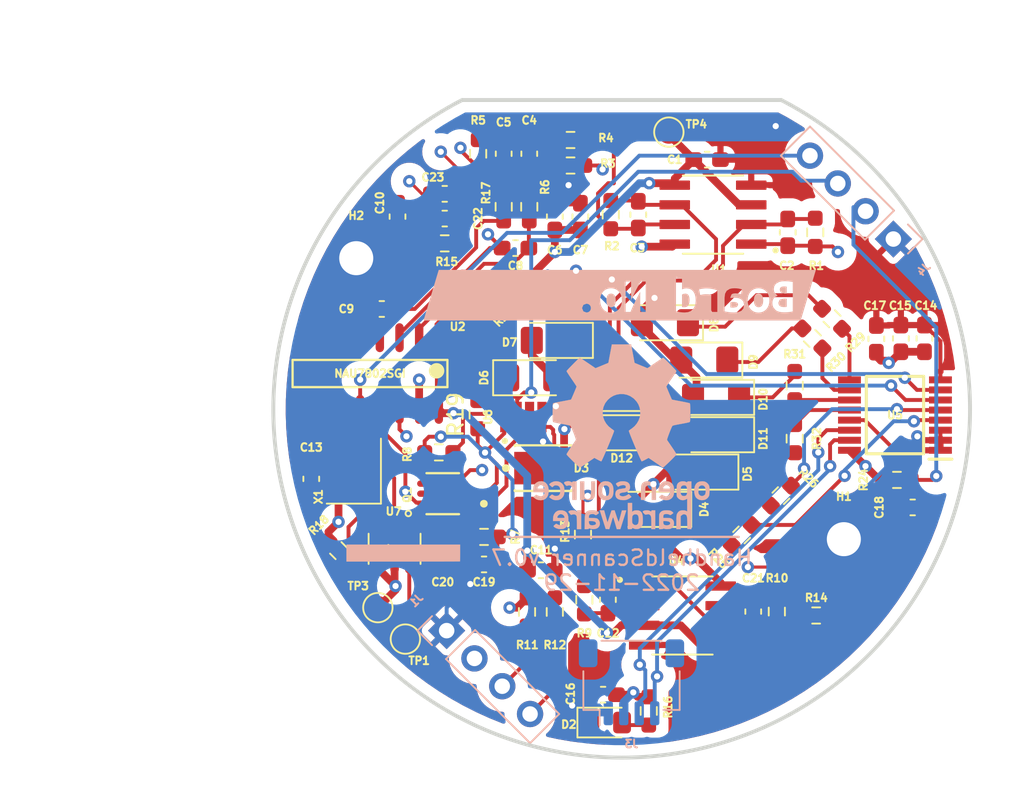
<source format=kicad_pcb>
(kicad_pcb (version 20211014) (generator pcbnew)
  (title_block (title "Plastic Scanner for AED") (date "2022-06-07") (rev "2") (company "PlasticScanner") (comment 1 "By Markus Glavind"))
  (layers (0 "F.Cu" signal) (1 "In1.Cu" signal) (2 "In2.Cu" signal) (31 "B.Cu" signal) (34 "B.Paste" user) (35 "F.Paste" user) (36 "B.SilkS" user "B.Silkscreen") (37 "F.SilkS" user "F.Silkscreen") (38 "B.Mask" user) (39 "F.Mask" user) (44 "Edge.Cuts" user))
  (net 0 "")
  (net 1 "+2V5")
  (net 2 "Net-(C2-Pad1)")
  (net 3 "Net-(C2-Pad2)")
  (net 4 "Net-(C3-Pad1)")
  (net 5 "Net-(C3-Pad2)")
  (net 6 "/ADC/AIN+")
  (net 7 "/ADC/AIN-")
  (net 8 "+3V3")
  (net 9 "Net-(D4-Pad1)")
  (net 10 "Net-(D5-Pad1)")
  (net 11 "Net-(D6-Pad1)")
  (net 12 "Net-(D7-Pad1)")
  (net 13 "Net-(D8-Pad1)")
  (net 14 "Net-(D9-Pad1)")
  (net 15 "Net-(D10-Pad1)")
  (net 16 "Net-(D11-Pad1)")
  (net 17 "SDA")
  (net 18 "Net-(C8-Pad1)")
  (net 19 "Net-(C8-Pad2)")
  (net 20 "LED RESET")
  (net 21 "Net-(R25-Pad1)")
  (net 22 "Net-(R26-Pad1)")
  (net 23 "Net-(R27-Pad1)")
  (net 24 "Net-(R28-Pad1)")
  (net 25 "Net-(R29-Pad1)")
  (net 26 "Net-(R30-Pad1)")
  (net 27 "Net-(R31-Pad1)")
  (net 28 "Net-(R32-Pad1)")
  (net 29 "DRDY_INT")
  (net 30 "SCL")
  (net 31 "Net-(D2-Pad2)")
  (net 32 "Net-(C10-Pad2)")
  (net 34 "+1V8")
  (net 35 "SCL_2v")
  (net 36 "SDA_2v")
  (net 37 "Net-(C9-Pad1)")
  (net 38 "Net-(C9-Pad2)")
  (net 39 "Net-(C12-Pad1)")
  (net 40 "Net-(C12-Pad2)")
  (net 41 "Net-(C21-Pad1)")
  (net 42 "Net-(C21-Pad2)")
  (net 43 "/ADC/AIN2+")
  (net 44 "/ADC/AIN2-")
  (net 45 "Net-(D3-Pad1)")
  (net 46 "Net-(R18-Pad1)")
  (net 47 "GND")
  (net 48 "AS7341_INT")
  (net 49 "Net-(U2-Pad10)")
  (footprint "LED_SMD:LED_1206_3216Metric_Pad1.42x1.75mm_HandSolder" (layer "F.Cu") (at 92.075 101.727 180)
    (fp_text reference "D8")
    (fp_text value "LED")
  )
  (footprint "Capacitor_SMD:C_0603_1608Metric_Pad1.08x0.95mm_HandSolder" (layer "F.Cu") (at 86.614 94.869 -90)
    (fp_text reference "C7")
    (fp_text value "0.1uF")
  )
  (footprint "Capacitor_SMD:C_0603_1608Metric_Pad1.08x0.95mm_HandSolder" (layer "F.Cu") (at 69.231 111.819 90)
    (fp_text reference "C13")
    (fp_text value "0.1uF")
  )
  (footprint "Resistor_SMD:R_0603_1608Metric_Pad0.98x0.95mm_HandSolder" (layer "F.Cu") (at 102.87 101.473 135)
    (fp_text reference "R29")
    (fp_text value "75")
  )
  (footprint "Resistor_SMD:R_0603_1608Metric_Pad0.98x0.95mm_HandSolder" (layer "F.Cu") (at 101.784 95.885 -90)
    (fp_text reference "R1")
    (fp_text value "240k")
  )
  (footprint "Capacitor_SMD:C_0603_1608Metric_Pad1.08x0.95mm_HandSolder" (layer "F.Cu") (at 90.354 94.742 -90)
    (fp_text reference "C3")
    (fp_text value "51p")
  )
  (footprint "Capacitor_SMD:C_0603_1608Metric_Pad1.08x0.95mm_HandSolder" (layer "F.Cu") (at 81.661 90.805 90)
    (fp_text reference "C5")
    (fp_text value "100p")
  )
  (footprint "BSS138DW-7-F-A:Diodes_Inc._-_BSS138DW-7-F-A" (layer "F.Cu") (at 77.724 112.776 180)
    (fp_text reference "Q1")
    (fp_text value "BSS138DW-7-F" hide)
  )
  (footprint "Resistor_SMD:R_0603_1608Metric_Pad0.98x0.95mm_HandSolder" (layer "F.Cu") (at 91.031 126.819 -90)
    (fp_text reference "R16")
    (fp_text value "150")
  )
  (footprint "Resistor_SMD:R_0603_1608Metric_Pad0.98x0.95mm_HandSolder" (layer "F.Cu") (at 85.979 89.916 180)
    (fp_text reference "R4")
    (fp_text value "301")
  )
  (footprint "Resistor_SMD:R_0603_1608Metric_Pad0.98x0.95mm_HandSolder" (layer "F.Cu") (at 86.781 115.419 90)
    (fp_text reference "R13")
    (fp_text value "301")
  )
  (footprint "Capacitor_SMD:C_0603_1608Metric_Pad1.08x0.95mm_HandSolder" (layer "F.Cu") (at 77.597 116.459 -90)
    (fp_text reference "C20")
    (fp_text value "0.1uF")
  )
  (footprint "TestPoint:TestPoint_Pad_D1.5mm" (layer "F.Cu") (at 75.311 122.174)
    (fp_text reference "TP1")
    (fp_text value "Test_1.8V")
  )
  (footprint "Resistor_SMD:R_0603_1608Metric_Pad0.98x0.95mm_HandSolder" (layer "F.Cu") (at 80.391 115.57 180)
    (fp_text reference "R7")
    (fp_text value "10k")
  )
  (footprint "Resistor_SMD:R_0603_1608Metric_Pad0.98x0.95mm_HandSolder" (layer "F.Cu") (at 83.312 94.234 -90)
    (fp_text reference "R6")
    (fp_text value "51")
  )
  (footprint "MountingHole:MountingHole_2.2mm_M2_ISO7380_Pad" (layer "F.Cu") (at 72.136 97.556)
    (fp_text reference "H2")
    (fp_text value "MountingHole")
  )
  (footprint "Capacitor_SMD:C_0603_1608Metric_Pad1.08x0.95mm_HandSolder" (layer "F.Cu") (at 100.006 95.885 -90)
    (fp_text reference "C2")
    (fp_text value "51p")
  )
  (footprint "Capacitor_SMD:C_0603_1608Metric_Pad1.08x0.95mm_HandSolder" (layer "F.Cu") (at 108.839 102.743 -90)
    (fp_text reference "C14")
    (fp_text value "10uF")
  )
  (footprint "Oscillator:Oscillator_SMD_SeikoEpson_SG8002CE-4Pin_3.2x2.5mm" (layer "F.Cu") (at 71.981 111.319 90)
    (fp_text reference "X1")
    (fp_text value "SG-8002CE")
  )
  (footprint "Diode_SMD:D_1206_3216Metric_Pad1.42x1.75mm_HandSolder" (layer "F.Cu") (at 89.2785 108.839 180)
    (fp_text reference "D12")
    (fp_text value "0090-3111-185")
  )
  (footprint "LED_SMD:LED_1206_3216Metric_Pad1.42x1.75mm_HandSolder" (layer "F.Cu") (at 95.377 106.553 180)
    (fp_text reference "D10")
    (fp_text value "LED")
  )
  (footprint "LED_SMD:LED_1206_3216Metric_Pad1.42x1.75mm_HandSolder" (layer "F.Cu") (at 94.361 111.379 180)
    (fp_text reference "D5")
    (fp_text value "LED")
  )
  (footprint "Capacitor_SMD:C_0603_1608Metric_Pad1.08x0.95mm_HandSolder" (layer "F.Cu") (at 88.081 125.769)
    (fp_text reference "C16")
    (fp_text value "100n")
  )
  (footprint "LED_SMD:LED_1206_3216Metric_Pad1.42x1.75mm_HandSolder" (layer "F.Cu") (at 94.615 104.14 180)
    (fp_text reference "D9")
    (fp_text value "LED")
  )
  (footprint "Capacitor_SMD:C_0603_1608Metric_Pad1.08x0.95mm_HandSolder" (layer "F.Cu") (at 105.731 102.769 90)
    (fp_text reference "C17")
    (fp_text value "22u")
  )
  (footprint "Nuvoton-NAU7802SGI:Nuvoton-NAU7802SGI" (layer "F.Cu") (at 73.025 105.0105 -90)
    (fp_text reference "U2")
    (fp_text value "NAU7802SGI")
  )
  (footprint "Resistor_SMD:R_0603_1608Metric_Pad0.98x0.95mm_HandSolder" (layer "F.Cu") (at 88.576 94.742 90)
    (fp_text reference "R2")
    (fp_text value "240k")
  )
  (footprint "OPA2376AID:SOIC127P599X175-8N" (layer "F.Cu") (at 93.206663 120.65)
    (fp_text reference "U4")
    (fp_text value "OPA2376xxD")
  )
  (footprint "LED_SMD:LED_1206_3216Metric_Pad1.42x1.75mm_HandSolder" (layer "F.Cu") (at 91.313 113.792 180)
    (fp_text reference "D4")
    (fp_text value "LED")
  )
  (footprint "Resistor_SMD:R_0603_1608Metric_Pad0.98x0.95mm_HandSolder" (layer "F.Cu") (at 84.963 120.4195 90)
    (fp_text reference "R12")
    (fp_text value "10k")
  )
  (footprint "Capacitor_SMD:C_0603_1608Metric_Pad1.08x0.95mm_HandSolder" (layer "F.Cu") (at 84.064974 117.725423 180)
    (fp_text reference "C11")
    (fp_text value "100n")
  )
  (footprint "Capacitor_SMD:C_0603_1608Metric_Pad1.08x0.95mm_HandSolder" (layer "F.Cu") (at 84.963 94.869 -90)
    (fp_text reference "C6")
    (fp_text value "1uF")
  )
  (footprint "Resistor_SMD:R_0603_1608Metric_Pad0.98x0.95mm_HandSolder" (layer "F.Cu") (at 86.111 100.889 180)
    (fp_text reference "R28")
    (fp_text value "75")
  )
  (footprint "Resistor_SMD:R_0603_1608Metric_Pad0.98x0.95mm_HandSolder" (layer "F.Cu") (at 101.842663 120.65)
    (fp_text reference "R14")
    (fp_text value "301")
  )
  (footprint "Resistor_SMD:R_0603_1608Metric_Pad0.98x0.95mm_HandSolder" (layer "F.Cu") (at 77.47 110.109)
    (fp_text reference "R8")
    (fp_text value "10k")
  )
  (footprint "Resistor_SMD:R_0603_1608Metric_Pad0.98x0.95mm_HandSolder" (layer "F.Cu") (at 99.568 112.903 -135)
    (fp_text reference "R26")
    (fp_text value "62")
  )
  (footprint "Capacitor_SMD:C_0603_1608Metric_Pad1.08x0.95mm_HandSolder" (layer "F.Cu") (at 74.803 94.869 -90)
    (fp_text reference "C10")
    (fp_text value "0.1uF")
  )
  (footprint "MountingHole:MountingHole_2.2mm_M2_ISO7380_Pad" (layer "F.Cu") (at 103.632 115.717)
    (fp_text reference "H1")
    (fp_text value "MountingHole")
  )
  (footprint "TestPoint:TestPoint_Pad_D1.5mm" (layer "F.Cu") (at 92.329 89.408)
    (fp_text reference "TP4")
    (fp_text value "Test_2.5V")
  )
  (footprint "Resistor_SMD:R_0603_1608Metric_Pad0.98x0.95mm_HandSolder" (layer "F.Cu") (at 70.993 116.459 135)
    (fp_text reference "R18")
    (fp_text value "1k")
  )
  (footprint "Capacitor_SMD:C_0603_1608Metric_Pad1.08x0.95mm_HandSolder" (layer "F.Cu") (at 107.315 102.743 -90)
    (fp_text reference "C15")
    (fp_text value "10uF")
  )
  (footprint "Resistor_SMD:R_0603_1608Metric_Pad0.98x0.95mm_HandSolder" (layer "F.Cu") (at 100.457 105.791 90)
    (fp_text reference "R31")
    (fp_text value "75")
  )
  (footprint "AP7312-1833W6-7:AP7312-1833W6-7" (layer "F.Cu") (at 74.6125 116.3415 -90)
    (fp_text reference "U7")
    (fp_text value "AP7312-1833W6-7" hide)
  )
  (footprint "OPA2376AID:SOIC127P599X175-8N" (layer "F.Cu") (at 95.18 94.742 180)
    (fp_text reference "U1")
    (fp_text value "OPA2376xxD")
  )
  (footprint "Resistor_SMD:R_0603_1608Metric_Pad0.98x0.95mm_HandSolder" (layer "F.Cu") (at 83.166948 120.4195 -90)
    (fp_text reference "R11")
    (fp_text value "10k")
  )
  (footprint "Diode_SMD:D_1206_3216Metric_Pad1.42x1.75mm_HandSolder" (layer "F.Cu") (at 89.281 106.299)
    (fp_text reference "D1")
    (fp_text value "0090-3111-185")
  )
  (footprint "Capacitor_SMD:C_0603_1608Metric_Pad1.08x0.95mm_HandSolder" (layer "F.Cu") (at 82.423 96.901)
    (fp_text reference "C8")
    (fp_text value "0.1uF")
  )
  (footprint "Capacitor_SMD:C_0603_1608Metric_Pad1.08x0.95mm_HandSolder" (layer "F.Cu") (at 73.787 100.838)
    (fp_text reference "C9")
    (fp_text value "0.1uF")
  )
  (footprint "Resistor_SMD:R_0603_1608Metric_Pad0.98x0.95mm_HandSolder" (layer "F.Cu") (at 79.981 107.669 90)
    (fp_text reference "R19")
    (fp_text value "10k")
  )
  (footprint "Everlight-EAHC2835WD6:Everlight-EAHC2835WD6-MFG" (layer "F.Cu") (at 84.201 111.125 180)
    (fp_text reference "D3")
    (fp_text value "EAHC2835WD6" hide)
  )
  (footprint "Capacitor_SMD:C_0603_1608Metric_Pad1.08x0.95mm_HandSolder" (layer "F.Cu") (at 77.851 94.996)
    (fp_text reference "C22")
    (fp_text value "47n")
  )
  (footprint "Resistor_SMD:R_0603_1608Metric_Pad0.98x0.95mm_HandSolder" (layer "F.Cu") (at 80.645 100.33 -135)
    (fp_text reference "R27")
    (fp_text value "70")
  )
  (footprint "LED_SMD:LED_1206_3216Metric_Pad1.42x1.75mm_HandSolder" (layer "F.Cu") (at 95.377 108.966 180)
    (fp_text reference "D11")
    (fp_text value "LED")
  )
  (footprint "Capacitor_SMD:C_0603_1608Metric_Pad1.08x0.95mm_HandSolder" (layer "F.Cu") (at 77.851 93.3973 180)
    (fp_text reference "C23")
    (fp_text value "100p")
  )
  (footprint "Resistor_SMD:R_0603_1608Metric_Pad0.98x0.95mm_HandSolder" (layer "F.Cu") (at 99.302663 120.396 -90)
    (fp_text reference "R10")
    (fp_text value "240k")
  )
  (footprint "Capacitor_SMD:C_0603_1608Metric_Pad1.08x0.95mm_HandSolder" (layer "F.Cu") (at 94.799 91.186 180)
    (fp_text reference "C1")
    (fp_text value "100n")
  )
  (footprint "TLC59208FIPWR:SOP65P640X120-16N" (layer "F.Cu") (at 106.934 107.696 180)
    (fp_text reference "U5")
    (fp_text value "TLC59208FIPWR" hide)
  )
  (footprint "Capacitor_SMD:C_0603_1608Metric_Pad1.08x0.95mm_HandSolder" (layer "F.Cu") (at 108.077 113.665)
    (fp_text reference "C18")
    (fp_text value "100n")
  )
  (footprint "Resistor_SMD:R_0603_1608Metric_Pad0.98x0.95mm_HandSolder" (layer "F.Cu") (at 81.661 94.234 -90)
    (fp_text reference "R17")
    (fp_text value "51")
  )
  (footprint "Capacitor_SMD:C_0603_1608Metric_Pad1.08x0.95mm_HandSolder" (layer "F.Cu") (at 83.312 90.805 -90)
    (fp_text reference "C4")
    (fp_text value "47n")
  )
  (footprint "LED_SMD:LED_1206_3216Metric_Pad1.42x1.75mm_HandSolder" (layer "F.Cu") (at 84.963 102.87 180)
    (fp_text reference "D7")
    (fp_text value "LED")
  )
  (footprint "Resistor_SMD:R_0603_1608Metric_Pad0.98x0.95mm_HandSolder" (layer "F.Cu") (at 101.6 102.743 135)
    (fp_text reference "R30")
    (fp_text value "75")
  )
  (footprint "TestPoint:TestPoint_Pad_D1.5mm" (layer "F.Cu") (at 73.533 120.142)
    (fp_text reference "TP3")
    (fp_text value "Test_3.3V")
  )
  (footprint "AS7341-DLGT:PSON80P310X200X110-8N" (layer "F.Cu") (at 82.931 107.823 90)
    (fp_text reference "U6")
    (fp_text value "AS7341-DLGT")
  )
  (footprint "LED_SMD:LED_0805_2012Metric_Pad1.15x1.40mm_HandSolder" (layer "F.Cu") (at 88.281 127.569)
    (fp_text reference "D2")
    (fp_text value "POWER LED")
  )
  (footprint "Capacitor_SMD:C_0603_1608Metric_Pad1.08x0.95mm_HandSolder" (layer "F.Cu") (at 97.778663 120.396 90)
    (fp_text reference "C21")
    (fp_text value "51p")
  )
  (footprint "Resistor_SMD:R_0603_1608Metric_Pad0.98x0.95mm_HandSolder" (layer "F.Cu") (at 85.979 91.567 180)
    (fp_text reference "R3")
    (fp_text value "301")
  )
  (footprint "Resistor_SMD:R_0603_1608Metric_Pad0.98x0.95mm_HandSolder" (layer "F.Cu") (at 80.01 90.805 -90)
    (fp_text reference "R5")
    (fp_text value "51")
  )
  (footprint "Resistor_SMD:R_0603_1608Metric_Pad0.98x0.95mm_HandSolder" (layer "F.Cu") (at 107.061 111.887 180)
    (fp_text reference "R24")
    (fp_text value "1k")
  )
  (footprint "Capacitor_SMD:C_0603_1608Metric_Pad1.08x0.95mm_HandSolder" (layer "F.Cu") (at 88.392 119.634 90)
    (fp_text reference "C12")
    (fp_text value "51p")
  )
  (footprint "Resistor_SMD:R_0603_1608Metric_Pad0.98x0.95mm_HandSolder" (layer "F.Cu") (at 97.028 115.443 -135)
    (fp_text reference "R25")
    (fp_text value "56")
  )
  (footprint "Capacitor_SMD:C_0603_1608Metric_Pad1.08x0.95mm_HandSolder" (layer "F.Cu") (at 80.391 117.348)
    (fp_text reference "C19")
    (fp_text value "10uF")
  )
  (footprint "Resistor_SMD:R_0603_1608Metric_Pad0.98x0.95mm_HandSolder" (layer "F.Cu") (at 77.851 96.5977)
    (fp_text reference "R15")
    (fp_text value "51")
  )
  (footprint "LED_SMD:LED_1206_3216Metric_Pad1.42x1.75mm_HandSolder" (layer "F.Cu") (at 83.439 105.283)
    (fp_text reference "D6")
    (fp_text value "LED")
  )
  (footprint "Resistor_SMD:R_0603_1608Metric_Pad0.98x0.95mm_HandSolder" (layer "F.Cu") (at 86.868 119.634 90)
    (fp_text reference "R9")
    (fp_text value "240k")
  )
  (footprint "Resistor_SMD:R_0603_1608Metric_Pad0.98x0.95mm_HandSolder" (layer "F.Cu") (at 100.457 109.22 -90)
    (fp_text reference "R32")
    (fp_text value "82")
  )
  (footprint "Connector_PinSocket_2.54mm:PinSocket_1x04_P2.54mm_Vertical" (layer "B.Cu") (at 106.831 96.319 45)
    (fp_text reference "J4")
    (fp_text value "Interface")
  )
  (footprint "PlasticScannerLibrary:kibuzzard-6346913B" (layer "B.Cu") (at 89.154 99.949 180)
    (fp_text reference "kibuzzard-6346913B" hide)
    (fp_text value "G***" hide)
  )
  (footprint "Connector_PinSocket_2.54mm:PinSocket_1x04_P2.54mm_Vertical" (layer "B.Cu") (at 77.975672 121.628317 -135)
    (fp_text reference "J1")
    (fp_text value "I2C ThroughHole")
  )
  (footprint "Connector_JST:JST_SH_SM04B-SRSS-TB_1x04-1MP_P1.00mm_Horizontal" (layer "B.Cu") (at 89.916 124.968)
    (fp_text reference "J3")
    (fp_text value "I2C")
  )
  (footprint "PlasticScannerLibrary:PlasticScannerLogo" (layer "B.Cu") (at 75.184 114.3 180)
    (fp_text reference "LOGO2" hide)
    (fp_text value "PlasticScannerLogo" hide)
  )
  (footprint "Symbol:OSHW-Logo_11.4x12mm_SilkScreen" (layer "B.Cu") (at 89.281 109.093 180)
    (fp_text reference "LOGO1" hide)
    (fp_text value "OSHW-Logo_11.4x12mm_SilkScreen" hide)
  )
  (gr_line (start 96.8375 115.57) (end 81.7245 115.57) (layer "B.SilkS") (width 0.15))
  (gr_line (start 78.973236 87.335) (end 99.588764 87.335) (layer "Edge.Cuts") (width 0.25))
  (gr_arc (start 99.588764 87.335) (mid 89.281 129.835) (end 78.973236 87.335) (layer "Edge.Cuts") (width 0.25))
  (gr_text "HandheldScanner v0.7\n2022-11-29" (at 89.281 117.729) (layer "B.SilkS") (effects (font (size 1 1)) (justify mirror)))
  (segment (start 93.091 121.285) (end 90.736663 121.285) (width 0.5) (layer "F.Cu") (net 1))
  (segment (start 83.185 116.459) (end 83.185 117.707949) (width 0.5) (layer "F.Cu") (net 1))
  (segment (start 89.281 121.269) (end 88.781 121.769) (width 0.5) (layer "F.Cu") (net 1))
  (segment (start 90.720663 121.269) (end 89.281 121.269) (width 0.5) (layer "F.Cu") (net 1))
  (segment (start 77.47 107.326567) (end 77.47 102.694433) (width 0.5) (layer "F.Cu") (net 1))
  (segment (start 91.059 92.71) (end 92.583 92.71) (width 0.5) (layer "F.Cu") (net 1))
  (segment (start 92.329 89.5785) (end 93.9365 91.186) (width 0.5) (layer "F.Cu") (net 1))
  (segment (start 84.963 95.7315) (end 86.614 95.7315) (width 0.5) (layer "F.Cu") (net 1))
  (segment (start 97.65 94.107) (end 96.8575 94.107) (width 0.5) (layer "F.Cu") (net 1))
  (segment (start 77.47 101.854) (end 80.67097 98.65303) (width 0.5) (layer "F.Cu") (net 1))
  (segment (start 84.963 97.155) (end 84.963 95.7315) (width 0.5) (layer "F.Cu") (net 1))
  (segment (start 80.67097 98.65303) (end 83.46497 98.65303) (width 0.5) (layer "F.Cu") (net 1))
  (segment (start 83.46497 98.65303) (end 84.963 97.155) (width 0.5) (layer "F.Cu") (net 1))
  (segment (start 77.717625 107.574192) (end 78.411285 107.574192) (width 0.5) (layer "F.Cu") (net 1))
  (segment (start 96.8575 94.107) (end 93.9365 91.186) (width 0.5) (layer "F.Cu") (net 1))
  (segment (start 92.71 92.4125) (end 93.9365 91.186) (width 0.5) (layer "F.Cu") (net 1))
  (segment (start 77.47 107.326567) (end 77.717625 107.574192) (width 0.5) (layer "F.Cu") (net 1))
  (segment (start 90.736663 121.285) (end 90.720663 121.269) (width 0.5) (layer "F.Cu") (net 1))
  (segment (start 77.47 102.694433) (end 77.47 101.854) (width 0.5) (layer "F.Cu") (net 1))
  (segment (start 88.781 121.769) (end 88.331 121.769) (width 0.5) (layer "F.Cu") (net 1))
  (segment (start 92.71 92.837) (end 92.71 92.4125) (width 0.5) (layer "F.Cu") (net 1))
  (segment (start 95.676663 122.555) (end 94.361 122.555) (width 0.5) (layer "F.Cu") (net 1))
  (segment (start 94.361 122.555) (end 93.091 121.285) (width 0.5) (layer "F.Cu") (net 1))
  (segment (start 92.583 92.71) (end 92.71 92.837) (width 0.5) (layer "F.Cu") (net 1))
  (via (at 78.411285 107.574192) (size 0.8) (drill 0.4) (layers "F.Cu" "B.Cu") (net 1))
  (via (at 84.963 97.155) (size 0.8) (drill 0.4) (layers "F.Cu" "B.Cu") (net 1))
  (via (at 88.331 121.769) (size 0.8) (drill 0.4) (layers "F.Cu" "B.Cu") (net 1))
  (via (at 83.185 116.459) (size 0.8) (drill 0.4) (layers "F.Cu" "B.Cu") (net 1))
  (via (at 91.059 92.71) (size 0.8) (drill 0.4) (layers "F.Cu" "B.Cu") (net 1))
  (segment (start 84.963 97.155) (end 85.979 97.155) (width 0.5) (layer "B.Cu") (net 1))
  (segment (start 85.979 97.155) (end 90.424 92.71) (width 0.5) (layer "B.Cu") (net 1))
  (segment (start 83.185 116.459) (end 88.331 121.605) (width 0.5) (layer "B.Cu") (net 1))
  (segment (start 79.126192 107.574192) (end 78.411285 107.574192) (width 0.5) (layer "B.Cu") (net 1))
  (segment (start 83.185 116.459) (end 83.181 116.455) (width 0.5) (layer "B.Cu") (net 1))
  (segment (start 83.181 111.629) (end 79.126192 107.574192) (width 0.5) (layer "B.Cu") (net 1))
  (segment (start 83.181 116.455) (end 83.181 111.629) (width 0.5) (layer "B.Cu") (net 1))
  (segment (start 88.331 121.605) (end 88.331 121.769) (width 0.5) (layer "B.Cu") (net 1))
  (segment (start 90.424 92.71) (end 91.059 92.71) (width 0.5) (layer "B.Cu") (net 1))
  (segment (start 90.7685 106.4768) (end 89.08048 104.78878) (width 0.25) (layer "F.Cu") (net 2))
  (segment (start 94.800489 99.001511) (end 95.826511 97.975489) (width 0.25) (layer "F.Cu") (net 2))
  (segment (start 97.65 95.377) (end 99.6515 95.377) (width 0.25) (layer "F.Cu") (net 2))
  (segment (start 89.08048 100.78452) (end 90.863489 99.001511) (width 0.25) (layer "F.Cu") (net 2))
  (segment (start 95.826511 96.751152) (end 97.200663 95.377) (width 0.25) (layer "F.Cu") (net 2))
  (segment (start 95.826511 97.975489) (end 95.826511 96.751152) (width 0.25) (layer "F.Cu") (net 2))
  (segment (start 89.08048 104.78878) (end 89.08048 100.78452) (width 0.25) (layer "F.Cu") (net 2))
  (segment (start 100.006 95.0225) (end 101.734 95.0225) (width 0.25) (layer "F.Cu") (net 2))
  (segment (start 90.863489 99.001511) (end 94.800489 99.001511) (width 0.25) (layer "F.Cu") (net 2))
  (segment (start 99.6515 95.377) (end 100.006 95.0225) (width 0.25) (layer "F.Cu") (net 2))
  (segment (start 86.8915 91.567) (end 87.798799 91.567) (width 0.25) (layer "F.Cu") (net 3))
  (segment (start 102.8935 96.7975) (end 103.251 97.155) (width 0.25) (layer "F.Cu") (net 3))
  (segment (start 100.006 96.7475) (end 101.734 96.7475) (width 0.25) (layer "F.Cu") (net 3))
  (segment (start 97.65 96.647) (end 99.9055 96.647) (width 0.25) (layer "F.Cu") (net 3))
  (segment (start 87.798799 91.567) (end 88.0485 91.816701) (width 0.25) (layer "F.Cu") (net 3))
  (segment (start 101.784 96.7975) (end 102.8935 96.7975) (width 0.25) (layer "F.Cu") (net 3))
  (via (at 88.0485 91.816701) (size 0.8) (drill 0.4) (layers "F.Cu" "B.Cu") (net 3))
  (via (at 103.251 97.155) (size 0.8) (drill 0.4) (layers "F.Cu" "B.Cu") (net 3))
  (segment (start 88.519 100.584) (end 90.551 98.552) (width 0.25) (layer "F.Cu") (net 4))
  (segment (start 88.519 105.7513) (end 88.519 100.584) (width 0.25) (layer "F.Cu") (net 4))
  (segment (start 88.576 93.8295) (end 90.304 93.8295) (width 0.25) (layer "F.Cu") (net 4))
  (segment (start 90.551 98.552) (end 94.488 98.552) (width 0.25) (layer "F.Cu") (net 4))
  (segment (start 92.71 94.107) (end 90.5815 94.107) (width 0.25) (layer "F.Cu") (net 4))
  (segment (start 88.12052 106.14978) (end 88.519 105.7513) (width 0.25) (layer "F.Cu") (net 4))
  (segment (start 95.377 96.324663) (end 93.159337 94.107) (width 0.25) (layer "F.Cu") (net 4))
  (segment (start 94.488 98.552) (end 95.377 97.663) (width 0.25) (layer "F.Cu") (net 4))
  (segment (start 95.377 97.663) (end 95.377 96.324663) (width 0.25) (layer "F.Cu") (net 4))
  (segment (start 87.757 93.366184) (end 88.413184 92.71) (width 0.25) (layer "F.Cu") (net 5))
  (segment (start 87.757 94.8355) (end 87.757 93.366184) (width 0.25) (layer "F.Cu") (net 5))
  (segment (start 88.773 90.424) (end 88.265 89.916) (width 0.25) (layer "F.Cu") (net 5))
  (segment (start 88.773 92.71) (end 88.773 90.424) (width 0.25) (layer "F.Cu") (net 5))
  (segment (start 88.413184 92.71) (end 88.773 92.71) (width 0.25) (layer "F.Cu") (net 5))
  (segment (start 88.576 95.6545) (end 90.304 95.6545) (width 0.25) (layer "F.Cu") (net 5))
  (segment (start 92.71 95.377) (end 90.5815 95.377) (width 0.25) (layer "F.Cu") (net 5))
  (segment (start 88.265 89.916) (end 86.8915 89.916) (width 0.25) (layer "F.Cu") (net 5))
  (segment (start 88.576 95.6545) (end 87.757 94.8355) (width 0.25) (layer "F.Cu") (net 5))
  (segment (start 81.661 89.9425) (end 83.312 89.9425) (width 0.2) (layer "F.Cu") (net 6))
  (segment (start 80.01 89.8925) (end 81.611 89.8925) (width 0.2) (layer "F.Cu") (net 6))
  (segment (start 83.312 89.9425) (end 85.04 89.9425) (width 0.2) (layer "F.Cu") (net 6))
  (segment (start 83.312 93.3215) (end 83.312 91.6675) (width 0.2) (layer "F.Cu") (net 7))
  (segment (start 81.661 91.6675) (end 83.312 91.6675) (width 0.2) (layer "F.Cu") (net 7))
  (segment (start 85.0665 91.567) (end 83.4125 91.567) (width 0.2) (layer "F.Cu") (net 7))
  (segment (start 76.2 107.326567) (end 76.2 105.41) (width 0.5) (layer "F.Cu") (net 8))
  (segment (start 107.1615 103.759) (end 106.6015 104.319) (width 0.5) (layer "F.Cu") (net 8))
  (segment (start 92.8735 104.267) (end 90.5875 101.981) (width 0.5) (layer "F.Cu") (net 8))
  (segment (start 85.880501 108.302385) (end 85.5815 108.601386) (width 0.5) (layer "F.Cu") (net 8))
  (segment (start 85.880501 106.237001) (end 85.880501 108.302385) (width 0.5) (layer "F.Cu") (net 8))
  (segment (start 73.662499 115.1415) (end 73.662499 117.5415) (width 0.5) (layer "F.Cu") (net 8))
  (segment (start 84.9265 105.283) (end 85.880501 106.237001) (width 0.5) (layer "F.Cu") (net 8))
  (segment (start 74.6125 117.341875) (end 74.6125 117.5415) (width 0.5) (layer "F.Cu") (net 8))
  (segment (start 75.562501 116.391874) (end 74.6125 117.341875) (width 0.5) (layer "F.Cu") (net 8))
  (segment (start 95.676663 118.745) (end 95.676663 118.536663) (width 0.5) (layer "F.Cu") (net 8))
  (segment (start 73.662499 117.731499) (end 74.676 118.745) (width 0.5) (layer "F.Cu") (net 8))
  (segment (start 71.031 112.519) (end 69.3935 112.519) (width 0.5) (layer "F.Cu") (net 8))
  (segment (start 94.107 116.967) (end 93.726 116.967) (width 0.5) (layer "F.Cu") (net 8))
  (segment (start 70.992059 112.557941) (end 70.992059 114.597111) (width 0.5) (layer "F.Cu") (net 8))
  (segment (start 74.676 118.999) (end 73.533 120.142) (width 0.5) (layer "F.Cu") (net 8))
  (segment (start 106.3895 104.1775) (end 106.531 104.319) (width 0.5) (layer "F.Cu") (net 8))
  (segment (start 74.6125 118.6815) (end 74.676 118.745) (width 0.5) (layer "F.Cu") (net 8))
  (segment (start 83.4755 103.832) (end 84.9265 105.283) (width 0.5) (layer "F.Cu") (net 8))
  (segment (start 95.676663 118.536663) (end 94.107 116.967) (width 0.5) (layer "F.Cu") (net 8))
  (segment (start 106.019557 104.1775) (end 106.3895 104.1775) (width 0.5) (layer "F.Cu") (net 8))
  (segment (start 92.5455 96.8115) (end 90.574204 96.8115) (width 0.5) (layer "F.Cu") (net 8))
  (segment (start 91.031 125.9065) (end 90.3185 125.9065) (width 0.5) (layer "F.Cu") (net 8))
  (segment (start 90.5875 101.981) (end 90.5875 100.937803) (width 0.5) (layer "F.Cu") (net 8))
  (segment (start 93.1275 104.267) (end 94.1181 105.2576) (width 0.5) (layer "F.Cu") (net 8))
  (segment (start 105.912 111.887) (end 104.020511 109.995511) (width 0.5) (layer "F.Cu") (net 8))
  (segment (start 82.531948 120.142) (end 83.166948 119.507) (width 0.5) (layer "F.Cu") (net 8))
  (segment (start 91.33125 112.15925) (end 89.8255 113.665) (width 0.5) (layer "F.Cu") (net 8))
  (segment (start 92.8735 111.379) (end 92.1115 111.379) (width 0.5) (layer "F.Cu") (net 8))
  (segment (start 90.3185 125.9065) (end 90.031 125.619) (width 0.5) (layer "F.Cu") (net 8))
  (segment (start 92.71 96.647) (end 92.5455 96.8115) (width 0.5) (layer "F.Cu") (net 8))
  (segment (start 69.3935 112.519) (end 69.231 112.6815) (width 0.5) (layer "F.Cu") (net 8))
  (segment (start 83.4755 102.997) (end 83.4755 103.832) (width 0.5) (layer "F.Cu") (net 8))
  (segment (start 70.347765 115.813765) (end 70.347765 115.241405) (width 0.5) (layer "F.Cu") (net 8))
  (segment (start 82.042 120.142) (end 82.531948 120.142) (width 0.5) (layer "F.Cu") (net 8))
  (segment (start 93.1275 116.967) (end 89.8255 113.665) (width 0.5) (layer "F.Cu") (net 8))
  (segment (start 90.5875 100.937803) (end 91.402051 100.123252) (width 0.5) (layer "F.Cu") (net 8))
  (segment (start 71.031 112.519) (end 70.992059 112.557941) (width 0.5) (layer "F.Cu") (net 8))
  (segment (start 84.963 119.507) (end 83.166948 119.507) (width 0.5) (layer "F.Cu") (net 8))
  (segment (start 106.1485 111.887) (end 106.1485 112.599) (width 0.5) (layer "F.Cu") (net 8))
  (segment (start 105.791 103.948943) (end 106.019557 104.1775) (width 0.5) (layer "F.Cu") (net 8))
  (segment (start 85.561 111.125) (end 85.561 108.621886) (width 0.5) (layer "F.Cu") (net 8))
  (segment (start 93.8895 108.839) (end 93.8895 110.363) (width 0.5) (layer "F.Cu") (net 8))
  (segment (start 106.1485 112.599) (end 107.2145 113.665) (width 0.5) (layer "F.Cu") (net 8))
  (segment (start 88.9435 125.769) (end 89.881 125.769) (width 0.5) (layer "F.Cu") (net 8))
  (segment (start 73.662499 117.5415) (end 73.662499 117.731499) (width 0.5) (layer "F.Cu") (net 8))
  (segment (start 85.561 108.621886) (end 85.5815 108.601386) (width 0.5) (layer "F.Cu") (net 8))
  (segment (start 92.1115 111.379) (end 91.33125 112.15925) (width 0.5) (layer "F.Cu") (net 8))
  (segment (start 93.726 116.967) (end 93.1275 116.967) (width 0.5) (layer "F.Cu") (net 8))
  (segment (start 74.676 118.745) (end 74.676 118.999) (width 0.5) (layer "F.Cu") (net 8))
  (segment (start 70.347765 115.241405) (end 70.992059 114.597111) (width 0.5) (layer "F.Cu") (net 8))
  (segment (start 74.6125 117.5415) (end 74.6125 118.6815) (width 0.5) (layer "F.Cu") (net 8))
  (segment (start 94.1181 105.2576) (end 94.1181 109.22) (width 0.5) (layer "F.Cu") (net 8))
  (segment (start 75.562501 115.1415) (end 75.562501 116.391874) (width 0.5) (layer "F.Cu") (net 8))
  (segment (start 89.881 125.769) (end 90.031 125.619) (width 0.5) (layer "F.Cu") (net 8))
  (segment (start 108.839 103.6055) (end 107.315 103.6055) (width 0.5) (layer "F.Cu") (net 8))
  (segment (start 106.6015 104.319) (end 106.531 104.319) (width 0.5) (layer "F.Cu") (net 8))
  (segment (start 93.8895 110.363) (end 92.8735 111.379) (width 0.5) (layer "F.Cu") (net 8))
  (via (at 90.574204 96.8115) (size 0.8) (drill 0.4) (layers "F.Cu" "B.Cu") (net 8))
  (via (at 90.031 125.619) (size 0.8) (drill 0.4) (layers "F.Cu" "B.Cu") (net 8))
  (via (at 76.2 105.41) (size 0.8) (drill 0.4) (layers "F.Cu" "B.Cu") (net 8))
  (via (at 106.531 104.319) (size 0.8) (drill 0.4) (layers "F.Cu" "B.Cu") (net 8))
  (via (at 74.676 118.745) (size 0.8) (drill 0.4) (layers "F.Cu" "B.Cu") (net 8))
  (via (at 93.726 116.967) (size 0.8) (drill 0.4) (layers "F.Cu" "B.Cu") (net 8))
  (via (at 85.5815 108.601386) (size 0.8) (drill 0.4) (layers "F.Cu" "B.Cu") (net 8))
  (via (at 82.042 120.142) (size 0.8) (drill 0.4) (layers "F.Cu" "B.Cu") (net 8))
  (via (at 70.992059 114.597111) (size 0.8) (drill 0.4) (layers "F.Cu" "B.Cu") (net 8))
  (via (at 105.029 110.998) (size 0.8) (drill 0.4) (layers "F.Cu" "B.Cu") (net 8))
  (via (at 91.402051 100.123252) (size 0.8) (drill 0.4) (layers "F.Cu" "B.Cu") (net 8))
  (via (at 91.33125 112.15925) (size 0.8) (drill 0.4) (layers "F.Cu" "B.Cu") (net 8))
  (segment (start 89.416 126.968) (end 89.416 126.234) (width 0.5) (layer "B.Cu") (net 8))
  (segment (start 89.416 126.234) (end 90.031 125.619) (width 0.5) (layer "B.Cu") (net 8))
  (segment (start 92.8005 113.665) (end 93.95953 113.665) (width 0.25) (layer "F.Cu") (net 9))
  (segment (start 93.95953 113.665) (end 96.382765 116.088235) (width 0.25) (layer "F.Cu") (net 9))
  (segment (start 98.922765 113.548235) (end 96.75353 111.379) (width 0.25) (layer "F.Cu") (net 10))
  (segment (start 96.75353 111.379) (end 95.8485 111.379) (width 0.25) (layer "F.Cu") (net 10))
  (segment (start 81.9515 105.283) (end 81.9515 102.92697) (width 0.25) (layer "F.Cu") (net 11))
  (segment (start 81.9515 102.92697) (end 79.999765 100.975235) (width 0.25) (layer "F.Cu") (net 11))
  (segment (start 85.1985 101.745) (end 85.1985 100.889) (width 0.25) (layer "F.Cu") (net 12))
  (segment (start 86.4505 102.997) (end 85.1985 101.745) (width 0.25) (layer "F.Cu") (net 12))
  (segment (start 95.9665 101.981) (end 93.5625 101.981) (width 0.25) (layer "F.Cu") (net 13))
  (segment (start 101.346 99.949) (end 97.9985 99.949) (width 0.25) (layer "F.Cu") (net 13))
  (segment (start 97.9985 99.949) (end 95.9665 101.981) (width 0.25) (layer "F.Cu") (net 13))
  (segment (start 102.224765 100.827765) (end 101.346 99.949) (width 0.25) (layer "F.Cu") (net 13))
  (segment (start 100.954765 102.097765) (end 100.275735 102.097765) (width 0.25) (layer "F.Cu") (net 14))
  (segment (start 96.1025 104.267) (end 98.1065 104.267) (width 0.25) (layer "F.Cu") (net 14))
  (segment (start 100.275735 102.097765) (end 98.1065 104.267) (width 0.25) (layer "F.Cu") (net 14))
  (segment (start 100.457 105.1325) (end 99.0365 106.553) (width 0.25) (layer "F.Cu") (net 15))
  (segment (start 96.8645 106.553) (end 99.0365 106.553) (width 0.25) (layer "F.Cu") (net 15))
  (segment (start 100.076 110.1325) (end 98.7825 108.839) (width 0.25) (layer "F.Cu") (net 16))
  (segment (start 100.457 110.1325) (end 100.076 110.1325) (width 0.25) (layer "F.Cu") (net 16))
  (segment (start 96.8645 108.839) (end 98.7825 108.839) (width 0.25) (layer "F.Cu") (net 16))
  (segment (start 74.93 108.618) (end 75.381 109.069) (width 0.25) (layer "F.Cu") (net 17))
  (segment (start 74.93 107.326567) (end 74.93 108.618) (width 0.25) (layer "F.Cu") (net 17))
  (segment (start 79.498919 111.252) (end 78.624919 112.126) (width 0.25) (layer "F.Cu") (net 17))
  (segment (start 80.264 111.252) (end 79.498919 111.252) (width 0.25) (layer "F.Cu") (net 17))
  (segment (start 103.0085 109.321) (end 102.743 109.5865) (width 0.25) (layer "F.Cu") (net 17))
  (segment (start 103.996 109.321) (end 103.0085 109.321) (width 0.25) (layer "F.Cu") (net 17))
  (segment (start 102.743 109.5865) (end 102.743 110.998) (width 0.25) (layer "F.Cu") (net 17))
  (segment (start 84.896144 121.398856) (end 84.896144 125.484153) (width 0.25) (layer "F.Cu") (net 17))
  (segment (start 84.896144 125.484153) (end 83.363826 127.016471) (width 0.25) (layer "F.Cu") (net 17))
  (via (at 75.381 109.069) (size 0.8) (drill 0.4) (layers "F.Cu" "B.Cu") (net 17))
  (via (at 102.743 110.998) (size 0.8) (drill 0.4) (layers "F.Cu" "B.Cu") (net 17))
  (via (at 91.567 124.587) (size 0.8) (drill 0.4) (layers "F.Cu" "B.Cu") (net 17))
  (via (at 80.264 111.252) (size 0.8) (drill 0.4) (layers "F.Cu" "B.Cu") (net 17))
  (segment (start 91.416 124.738) (end 91.567 124.587) (width 0.25) (layer "B.Cu") (net 17))
  (segment (start 102.743 110.998) (end 102.743 111.1824) (width 0.25) (layer "B.Cu") (net 17))
  (segment (start 91.567 122.3584) (end 91.567 124.587) (width 0.25) (layer "B.Cu") (net 17))
  (segment (start 91.416 126.968) (end 91.416 124.738) (width 0.25) (layer "B.Cu") (net 17))
  (segment (start 102.743 111.1824) (end 91.567 122.3584) (width 0.25) (layer "B.Cu") (net 17))
  (segment (start 78.960917 98.425) (end 79.248 98.425) (width 0.25) (layer "F.Cu") (net 18))
  (segment (start 78.867 90.424) (end 78.867 90.5745) (width 0.25) (layer "F.Cu") (net 18))
  (segment (start 78.867 90.5745) (end 80.01 91.7175) (width 0.25) (layer "F.Cu") (net 18))
  (segment (start 74.93 102.455917) (end 78.960917 98.425) (width 0.25) (layer "F.Cu") (net 18))
  (segment (start 80.772 96.901) (end 81.5605 96.901) (width 0.25) (layer "F.Cu") (net 18))
  (segment (start 79.248 98.425) (end 80.772 96.901) (width 0.25) (layer "F.Cu") (net 18))
  (segment (start 81.534 96.901) (end 80.645 96.012) (width 0.25) (layer "F.Cu") (net 18))
  (via (at 80.645 96.012) (size 0.8) (drill 0.4) (layers "F.Cu" "B.Cu") (net 18))
  (via (at 78.867 90.424) (size 0.8) (drill 0.4) (layers "F.Cu" "B.Cu") (net 18))
  (segment (start 80.391704 97.917) (end 82.2695 97.917) (width 0.25) (layer "F.Cu") (net 19))
  (segment (start 76.2 102.108704) (end 80.391704 97.917) (width 0.25) (layer "F.Cu") (net 19))
  (segment (start 82.2695 97.917) (end 83.2855 96.901) (width 0.25) (layer "F.Cu") (net 19))
  (segment (start 83.2855 96.901) (end 83.2855 95.173) (width 0.25) (layer "F.Cu") (net 19))
  (segment (start 103.996 108.021) (end 104.9835 108.021) (width 0.25) (layer "F.Cu") (net 20))
  (segment (start 104.9835 108.021) (end 107.9735 111.011) (width 0.25) (layer "F.Cu") (net 20))
  (segment (start 107.9735 111.887) (end 109.347 111.887) (width 0.25) (layer "F.Cu") (net 20))
  (segment (start 107.9735 111.011) (end 107.9735 111.887) (width 0.25) (layer "F.Cu") (net 20))
  (segment (start 109.347 111.887) (end 109.601 111.633) (width 0.25) (layer "F.Cu") (net 20))
  (via (at 109.601 111.633) (size 0.8) (drill 0.4) (layers "F.Cu" "B.Cu") (net 20))
  (segment (start 109.601 111.633) (end 109.601 102.031439) (width 0.25) (layer "B.Cu") (net 20))
  (segment (start 104.251278 96.681717) (end 104.251278 94.253633) (width 0.25) (layer "B.Cu") (net 20))
  (segment (start 109.601 102.031439) (end 104.251278 96.681717) (width 0.25) (layer "B.Cu") (net 20))
  (segment (start 97.779765 114.797765) (end 100.502235 114.797765) (width 0.25) (layer "F.Cu") (net 21))
  (segment (start 108.231833 108.021) (end 108.157333 108.0955) (width 0.25) (layer "F.Cu") (net 21))
  (segment (start 109.872 108.021) (end 108.231833 108.021) (width 0.25) (layer "F.Cu") (net 21))
  (segment (start 100.502235 114.797765) (end 103.681 111.619) (width 0.25) (layer "F.Cu") (net 21))
  (via (at 103.681 111.619) (size 0.8) (drill 0.4) (layers "F.Cu" "B.Cu") (net 21))
  (via (at 108.157333 108.0955) (size 0.8) (drill 0.4) (layers "F.Cu" "B.Cu") (net 21))
  (segment (start 103.681 111.269) (end 103.681 111.619) (width 0.25) (layer "B.Cu") (net 21))
  (segment (start 108.157333 108.0955) (end 106.8545 108.0955) (width 0.25) (layer "B.Cu") (net 21))
  (segment (start 106.8545 108.0955) (end 103.681 111.269) (width 0.25) (layer "B.Cu") (net 21))
  (segment (start 101.061788 111.409212) (end 101.061788 111.146613) (width 0.25) (layer "F.Cu") (net 22))
  (segment (start 107.117 107.371) (end 107.061 107.315) (width 0.25) (layer "F.Cu") (net 22))
  (segment (start 109.872 107.371) (end 107.117 107.371) (width 0.25) (layer "F.Cu") (net 22))
  (segment (start 100.213235 112.257765) (end 101.061788 111.409212) (width 0.25) (layer "F.Cu") (net 22))
  (via (at 107.061 107.315) (size 0.8) (drill 0.4) (layers "F.Cu" "B.Cu") (net 22))
  (via (at 101.061788 111.146613) (size 0.8) (drill 0.4) (layers "F.Cu" "B.Cu") (net 22))
  (segment (start 101.061788 109.123212) (end 101.061788 111.146613) (width 0.25) (layer "B.Cu") (net 22))
  (segment (start 102.87 107.315) (end 101.061788 109.123212) (width 0.25) (layer "B.Cu") (net 22))
  (segment (start 107.061 107.315) (end 102.87 107.315) (width 0.25) (layer "B.Cu") (net 22))
  (segment (start 107.61 106.721) (end 106.68 105.791) (width 0.25) (layer "F.Cu") (net 23))
  (segment (start 109.872 106.721) (end 107.61 106.721) (width 0.25) (layer "F.Cu") (net 23))
  (segment (start 85.259 99.441) (end 86.331 98.369) (width 0.25) (layer "F.Cu") (net 23))
  (segment (start 81.534 99.441) (end 85.259 99.441) (width 0.25) (layer "F.Cu") (net 23))
  (via (at 106.68 105.791) (size 0.8) (drill 0.4) (layers "F.Cu" "B.Cu") (net 23))
  (via (at 86.331 98.369) (size 0.8) (drill 0.4) (layers "F.Cu" "B.Cu") (net 23))
  (segment (start 106.68 105.791) (end 93.753 105.791) (width 0.25) (layer "B.Cu") (net 23))
  (segment (start 93.753 105.791) (end 86.331 98.369) (width 0.25) (layer "B.Cu") (net 23))
  (segment (start 88.646 98.933) (end 88.011 98.933) (width 0.25) (layer "F.Cu") (net 24))
  (segment (start 109.872 106.071) (end 108.357 106.071) (width 0.25) (layer "F.Cu") (net 24))
  (segment (start 88.011 98.933) (end 87.0235 99.9205) (width 0.25) (layer "F.Cu") (net 24))
  (segment (start 108.357 106.071) (end 107.569 105.283) (width 0.25) (layer "F.Cu") (net 24))
  (segment (start 87.0235 100.889) (end 87.0235 99.9205) (width 0.25) (layer "F.Cu") (net 24))
  (via (at 107.569 105.283) (size 0.8) (drill 0.4) (layers "F.Cu" "B.Cu") (net 24))
  (via (at 88.646 98.933) (size 0.8) (drill 0.4) (layers "F.Cu" "B.Cu") (net 24))
  (segment (start 94.756501 105.043501) (end 88.646 98.933) (width 0.25) (layer "B.Cu") (net 24))
  (segment (start 107.329501 105.043501) (end 94.756501 105.043501) (width 0.25) (layer "B.Cu") (net 24))
  (segment (start 107.569 105.283) (end 107.329501 105.043501) (width 0.25) (layer "B.Cu") (net 24))
  (segment (start 103.996 105.421) (end 103.996 102.599) (width 0.25) (layer "F.Cu") (net 25))
  (segment (start 103.996 102.599) (end 103.515235 102.118235) (width 0.25) (layer "F.Cu") (net 25))
  (segment (start 102.245235 105.307735) (end 102.245235 103.388235) (width 0.25) (layer "F.Cu") (net 26))
  (segment (start 103.996 106.071) (end 103.0085 106.071) (width 0.25) (layer "F.Cu") (net 26))
  (segment (start 103.0085 106.071) (end 102.245235 105.307735) (width 0.25) (layer "F.Cu") (net 26))
  (segment (start 103.996 106.721) (end 100.4745 106.721) (width 0.25) (layer "F.Cu") (net 27))
  (segment (start 103.996 107.371) (end 101.3935 107.371) (width 0.25) (layer "F.Cu") (net 28))
  (segment (start 101.3935 107.371) (end 100.457 108.3075) (width 0.25) (layer "F.Cu") (net 28))
  (segment (start 72.39 107.326567) (end 72.39 105.41) (width 0.25) (layer "F.Cu") (net 29))
  (via (at 72.39 105.41) (size 0.8) (drill 0.4) (layers "F.Cu" "B.Cu") (net 29))
  (segment (start 90.419154 90.930846) (end 85.431 95.919) (width 0.25) (layer "B.Cu") (net 29))
  (segment (start 101.442846 90.930846) (end 90.419154 90.930846) (width 0.25) (layer "B.Cu") (net 29))
  (segment (start 81.881 95.919) (end 72.39 105.41) (width 0.25) (layer "B.Cu") (net 29))
  (segment (start 85.431 95.919) (end 81.881 95.919) (width 0.25) (layer "B.Cu") (net 29))
  (segment (start 83.166948 121.332) (end 83.166948 123.621245) (width 0.25) (layer "F.Cu") (net 30))
  (segment (start 102.53 108.671) (end 101.981 109.22) (width 0.25) (layer "F.Cu") (net 30))
  (segment (start 75.311 110.199) (end 75.311 112.649) (width 0.25) (layer "F.Cu") (net 30))
  (segment (start 76.010919 113.348919) (end 75.311 112.649) (width 0.25) (layer "F.Cu") (net 30))
  (segment (start 103.996 108.671) (end 102.53 108.671) (width 0.25) (layer "F.Cu") (net 30))
  (segment (start 73.66 108.548) (end 75.311 110.199) (width 0.25) (layer "F.Cu") (net 30))
  (segment (start 83.166948 123.621245) (end 81.567774 125.220419) (width 0.25) (layer "F.Cu") (net 30))
  (segment (start 101.981 109.22) (end 101.981 110.109) (width 0.25) (layer "F.Cu") (net 30))
  (segment (start 76.442081 113.348919) (end 76.010919 113.348919) (width 0.25) (layer "F.Cu") (net 30))
  (segment (start 73.66 107.326567) (end 73.66 108.548) (width 0.25) (layer "F.Cu") (net 30))
  (via (at 101.981 110.109) (size 0.8) (drill 0.4) (layers "F.Cu" "B.Cu") (net 30))
  (via (at 75.311 112.649) (size 0.8) (drill 0.4) (layers "F.Cu" "B.Cu") (net 30))
  (via (at 90.45269 123.830275) (size 0.8) (drill 0.4) (layers "F.Cu" "B.Cu") (net 30))
  (segment (start 101.981 110.109) (end 101.981 111.252) (width 0.25) (layer "B.Cu") (net 30))
  (segment (start 90.805501 124.183086) (end 90.45269 123.830275) (width 0.25) (layer "B.Cu") (net 30))
  (segment (start 101.981 111.252) (end 90.45269 122.78031) (width 0.25) (layer "B.Cu") (net 30))
  (segment (start 90.416 126.2586) (end 90.805501 125.869099) (width 0.25) (layer "B.Cu") (net 30))
  (segment (start 90.805501 125.869099) (end 90.805501 124.183086) (width 0.25) (layer "B.Cu") (net 30))
  (segment (start 90.416 126.968) (end 90.416 126.2586) (width 0.25) (layer "B.Cu") (net 30))
  (segment (start 90.45269 122.78031) (end 90.45269 123.830275) (width 0.25) (layer "B.Cu") (net 30))
  (segment (start 89.4685 127.7315) (end 89.306 127.569) (width 0.25) (layer "F.Cu") (net 31))
  (segment (start 91.031 127.7315) (end 89.4685 127.7315) (width 0.25) (layer "F.Cu") (net 31))
  (segment (start 74.803 98.933) (end 74.803 95.7315) (width 0.25) (layer "F.Cu") (net 32))
  (segment (start 74.147031 99.588969) (end 74.803 98.933) (width 0.25) (layer "F.Cu") (net 32))
  (segment (start 71.12 102.694433) (end 71.12 101.219) (width 0.25) (layer "F.Cu") (net 32))
  (segment (start 71.12 101.219) (end 72.750031 99.588969) (width 0.25) (layer "F.Cu") (net 32))
  (segment (start 72.750031 99.588969) (end 74.147031 99.588969) (width 0.25) (layer "F.Cu") (net 32))
  (segment (start 81.698499 108.876214) (end 80.455236 110.119477) (width 0.25) (layer "F.Cu") (net 34))
  (segment (start 76.5575 109.3705) (end 76.5575 110.109) (width 0.25) (layer "F.Cu") (net 34))
  (segment (start 77.597 109.093) (end 76.835 109.093) (width 0.25) (layer "F.Cu") (net 34))
  (segment (start 77.597 117.3215) (end 75.782501 117.3215) (width 0.25) (layer "F.Cu") (net 34))
  (segment (start 77.597 117.983) (end 79.121 119.507) (width 0.25) (layer "F.Cu") (net 34))
  (segment (start 77.597 117.3215) (end 77.597 117.983) (width 0.25) (layer "F.Cu") (net 34))
  (segment (start 81.216667 112.077333) (end 81.216667 110.880908) (width 0.25) (layer "F.Cu") (net 34))
  (segment (start 76.835 109.093) (end 76.5575 109.3705) (width 0.25) (layer "F.Cu") (net 34))
  (segment (start 81.2535 117.348) (end 81.2535 115.62) (width 0.25) (layer "F.Cu") (net 34))
  (segment (start 78.624919 112.776) (end 76.823081 112.776) (width 0.25) (layer "F.Cu") (net 34))
  (segment (start 79.981 108.5815) (end 79.981 109.645241) (width 0.25) (layer "F.Cu") (net 34))
  (segment (start 79.883 119.507) (end 81.2535 118.1365) (width 0.25) (layer "F.Cu") (net 34))
  (segment (start 78.624919 112.776) (end 80.518 112.776) (width 0.25) (layer "F.Cu") (net 34))
  (segment (start 79.121 119.507) (end 79.883 119.507) (width 0.25) (layer "F.Cu") (net 34))
  (segment (start 79.981 109.645241) (end 80.455236 110.119477) (width 0.25) (layer "F.Cu") (net 34))
  (segment (start 75.782501 117.3215) (end 75.562501 117.5415) (width 0.25) (layer "F.Cu") (net 34))
  (segment (start 80.518 112.776) (end 81.216667 112.077333) (width 0.25) (layer "F.Cu") (net 34))
  (segment (start 81.698499 108.495501) (end 81.698499 108.876214) (width 0.25) (layer "F.Cu") (net 34))
  (segment (start 81.216667 110.880908) (end 80.455236 110.119477) (width 0.25) (layer "F.Cu") (net 34))
  (segment (start 81.3035 115.57) (end 81.5045 115.369) (width 0.25) (layer "F.Cu") (net 34))
  (segment (start 75.562501 117.5415) (end 75.562501 121.922499) (width 0.25) (layer "F.Cu") (net 34))
  (segment (start 81.5045 115.369) (end 82.231 115.369) (width 0.25) (layer "F.Cu") (net 34))
  (segment (start 81.2535 118.1365) (end 81.2535 117.348) (width 0.25) (layer "F.Cu") (net 34))
  (via (at 80.455236 110.119477) (size 0.8) (drill 0.4) (layers "F.Cu" "B.Cu") (net 34))
  (via (at 77.597 109.093) (size 0.8) (drill 0.4) (layers "F.Cu" "B.Cu") (net 34))
  (via (at 82.231 115.369) (size 0.8) (drill 0.4) (layers "F.Cu" "B.Cu") (net 34))
  (segment (start 80.381477 110.119477) (end 80.455236 110.119477) (width 0.25) (layer "B.Cu") (net 34))
  (segment (start 82.231 115.369) (end 82.231 111.895241) (width 0.25) (layer "B.Cu") (net 34))
  (segment (start 77.597 109.093) (end 79.355 109.093) (width 0.25) (layer "B.Cu") (net 34))
  (segment (start 79.355 109.093) (end 80.381477 110.119477) (width 0.25) (layer "B.Cu") (net 34))
  (segment (start 82.231 111.895241) (end 80.455236 110.119477) (width 0.25) (layer "B.Cu") (net 34))
  (segment (start 82.531 108.463) (end 82.531 109.235978) (width 0.25) (layer "F.Cu") (net 35))
  (segment (start 78.624919 113.426) (end 78.624919 114.716419) (width 0.25) (layer "F.Cu") (net 35))
  (segment (start 78.624919 114.716419) (end 79.4785 115.57) (width 0.25) (layer "F.Cu") (net 35))
  (segment (start 81.841 112.2785) (end 80.6935 113.426) (width 0.25) (layer "F.Cu") (net 35))
  (segment (start 80.6935 113.426) (end 78.624919 113.426) (width 0.25) (layer "F.Cu") (net 35))
  (segment (start 81.841 109.925978) (end 81.841 112.2785) (width 0.25) (layer "F.Cu") (net 35))
  (segment (start 82.531 109.235978) (end 81.841 109.925978) (width 0.25) (layer "F.Cu") (net 35))
  (segment (start 81.29452 107.61948) (end 79.360704 107.61948) (width 0.25) (layer "F.Cu") (net 36))
  (segment (start 78.3825 110.109) (end 78.3825 110.566581) (width 0.25) (layer "F.Cu") (net 36))
  (segment (start 79.360704 107.61948) (end 79.03148 107.948704) (width 0.25) (layer "F.Cu") (net 36))
  (segment (start 79.03148 109.46002) (end 78.3825 110.109) (width 0.25) (layer "F.Cu") (net 36))
  (segment (start 81.731 107.183) (end 81.29452 107.61948) (width 0.25) (layer "F.Cu") (net 36))
  (segment (start 78.3825 110.566581) (end 76.823081 112.126) (width 0.25) (layer "F.Cu") (net 36))
  (segment (start 79.03148 107.948704) (end 79.03148 109.46002) (width 0.25) (layer "F.Cu") (net 36))
  (segment (start 73.72402 100.03848) (end 75.67722 100.03848) (width 0.25) (layer "F.Cu") (net 37))
  (segment (start 72.9245 100.838) (end 73.72402 100.03848) (width 0.25) (layer "F.Cu") (net 37))
  (segment (start 72.39 101.3725) (end 72.9245 100.838) (width 0.25) (layer "F.Cu") (net 37))
  (segment (start 75.67722 100.03848) (end 78.7635 96.9522) (width 0.25) (layer "F.Cu") (net 37))
  (segment (start 78.7635 96.9522) (end 78.7635 96.5977) (width 0.25) (layer "F.Cu") (net 37))
  (segment (start 72.39 102.694433) (end 72.39 101.3725) (width 0.25) (layer "F.Cu") (net 37))
  (segment (start 79.883 95.631) (end 80.3675 95.1465) (width 0.25) (layer "F.Cu") (net 38))
  (segment (start 80.3675 95.1465) (end 81.661 95.1465) (width 0.25) (layer "F.Cu") (net 38))
  (segment (start 73.66 102.694433) (end 73.66 101.8275) (width 0.25) (layer "F.Cu") (net 38))
  (segment (start 79.883 96.867213) (end 79.883 95.631) (width 0.25) (layer "F.Cu") (net 38))
  (segment (start 75.912213 100.838) (end 79.883 96.867213) (width 0.25) (layer "F.Cu") (net 38))
  (segment (start 74.6495 100.838) (end 75.912213 100.838) (width 0.25) (layer "F.Cu") (net 38))
  (segment (start 73.66 101.8275) (end 74.6495 100.838) (width 0.25) (layer "F.Cu") (net 38))
  (segment (start 92.181 119.269) (end 91.435 120.015) (width 0.25) (layer "F.Cu") (net 39))
  (segment (start 87.805001 115.993001) (end 89.381 117.569) (width 0.25) (layer "F.Cu") (net 39))
  (segment (start 92.181 118.319) (end 92.181 119.269) (width 0.25) (layer "F.Cu") (net 39))
  (segment (start 89.116163 120.015) (end 88.634663 120.4965) (width 0.25) (layer "F.Cu") (net 39))
  (segment (start 88.634663 120.4965) (end 87.045 120.4965) (width 0.25) (layer "F.Cu") (net 39))
  (segment (start 89.381 117.569) (end 91.431 117.569) (width 0.25) (layer "F.Cu") (net 39))
  (segment (start 91.431 117.569) (end 92.181 118.319) (width 0.25) (layer "F.Cu") (net 39))
  (segment (start 88.634663 120.788337) (end 89.181 120.242) (width 0.25) (layer "F.Cu") (net 39))
  (segment (start 87.791 108.839) (end 87.805001 108.853001) (width 0.25) (layer "F.Cu") (net 39))
  (segment (start 91.435 120.015) (end 90.736663 120.015) (width 0.25) (layer "F.Cu") (net 39))
  (segment (start 87.805001 108.853001) (end 87.805001 115.993001) (width 0.25) (layer "F.Cu") (net 39))
  (segment (start 89.181 120.242) (end 89.181 119.969) (width 0.25) (layer "F.Cu") (net 39))
  (segment (start 90.736663 120.015) (end 89.116163 120.015) (width 0.25) (layer "F.Cu") (net 39))
  (segment (start 86.995 118.7215) (end 88.584663 118.7215) (width 0.25) (layer "F.Cu") (net 40))
  (segment (start 86.781 118.5075) (end 86.995 118.7215) (width 0.25) (layer "F.Cu") (net 40))
  (segment (start 88.634663 118.7715) (end 90.710163 118.7715) (width 0.25) (layer "F.Cu") (net 40))
  (segment (start 86.781 116.3315) (end 86.781 118.5075) (width 0.25) (layer "F.Cu") (net 40))
  (segment (start 88.58051 110.89999) (end 88.58051 115.86851) (width 0.25) (layer "F.Cu") (net 41))
  (segment (start 89.831489 117.119489) (end 91.617194 117.11949) (width 0.25) (layer "F.Cu") (net 41))
  (segment (start 97.778663 121.2585) (end 99.252663 121.2585) (width 0.25) (layer "F.Cu") (net 41))
  (segment (start 92.630511 118.688185) (end 95.227326 121.285) (width 0.25) (layer "F.Cu") (net 41))
  (segment (start 91.617194 117.11949) (end 92.630511 118.132807) (width 0.25) (layer "F.Cu") (net 41))
  (segment (start 95.676663 121.285) (end 97.752163 121.285) (width 0.25) (layer "F.Cu") (net 41))
  (segment (start 90.7431 108.7374) (end 88.58051 110.89999) (width 0.25) (layer "F.Cu") (net 41))
  (segment (start 92.630511 118.132807) (end 92.630511 118.688185) (width 0.25) (layer "F.Cu") (net 41))
  (segment (start 88.58051 115.86851) (end 89.831489 117.119489) (width 0.25) (layer "F.Cu") (net 41))
  (segment (start 95.676663 120.015) (end 97.297163 120.015) (width 0.25) (layer "F.Cu") (net 42))
  (segment (start 100.930163 120.65) (end 99.763663 119.4835) (width 0.25) (layer "F.Cu") (net 42))
  (segment (start 99.763663 119.4835) (end 99.302663 119.4835) (width 0.25) (layer "F.Cu") (net 42))
  (segment (start 97.297163 120.015) (end 97.778663 119.5335) (width 0.25) (layer "F.Cu") (net 42))
  (segment (start 99.302663 119.4835) (end 97.828663 119.4835) (width 0.25) (layer "F.Cu") (net 42))
  (segment (start 102.858663 120.246663) (end 100.131 117.519) (width 0.2) (layer "F.Cu") (net 43))
  (segment (start 100.131 117.519) (end 97.431 117.519) (width 0.2) (layer "F.Cu") (net 43))
  (segment (start 77.3695 93.3973) (end 76.3793 93.3973) (width 0.2) (layer "F.Cu") (net 43))
  (segment (start 76.9385 93.8283) (end 77.3695 93.3973) (width 0.2) (layer "F.Cu") (net 43))
  (segment (start 76.3793 93.3973) (end 75.565 92.583) (width 0.2) (layer "F.Cu") (net 43))
  (segment (start 76.9385 96.5977) (end 76.9385 93.8283) (width 0.2) (layer "F.Cu") (net 43))
  (segment (start 102.858663 120.5465) (end 102.858663 120.246663) (width 0.2) (layer "F.Cu") (net 43))
  (via (at 75.565 92.583) (size 0.8) (drill 0.4) (layers "F.Cu" "B.Cu") (net 43))
  (via (at 97.431 117.519) (size 0.8) (drill 0.4) (layers "F.Cu" "B.Cu") (net 43))
  (segment (start 86.781 113.218948) (end 87.0805 112.919448) (width 0.2) (layer "F.Cu") (net 44))
  (segment (start 79.0945 93.3973) (end 81.5852 93.3973) (width 0.2) (layer "F.Cu") (net 44))
  (segment (start 86.781 114.5065) (end 86.781 113.218948) (width 0.2) (layer "F.Cu") (net 44))
  (segment (start 79.0945 92.1755) (end 77.597 90.678) (width 0.2) (layer "F.Cu") (net 44))
  (segment (start 78.7135 94.996) (end 78.7135 93.3973) (width 0.2) (layer "F.Cu") (net 44))
  (segment (start 79.0945 93.3973) (end 79.0945 92.1755) (width 0.2) (layer "F.Cu") (net 44))
  (via (at 87.0805 112.919448) (size 0.8) (drill 0.4) (layers "F.Cu" "B.Cu") (net 44))
  (via (at 77.597 90.678) (size 0.8) (drill 0.4) (layers "F.Cu" "B.Cu") (net 44))
  (segment (start 84.856999 108.901485) (end 84.925501 108.969987) (width 0.25) (layer "F.Cu") (net 45))
  (segment (start 84.131 108.463) (end 84.676 108.463) (width 0.25) (layer "F.Cu") (net 45))
  (segment (start 84.676 108.463) (end 84.856999 108.643999) (width 0.25) (layer "F.Cu") (net 45))
  (segment (start 84.925501 109.707601) (end 83.508102 111.125) (width 0.25) (layer "F.Cu") (net 45))
  (segment (start 84.925501 108.969987) (end 84.925501 109.707601) (width 0.25) (layer "F.Cu") (net 45))
  (segment (start 84.856999 108.643999) (end 84.856999 108.901485) (width 0.25) (layer "F.Cu") (net 45))
  (segment (start 71.638235 114.924765) (end 71.638235 117.104235) (width 0.25) (layer "F.Cu") (net 46))
  (segment (start 72.931 112.519) (end 72.931 113.632) (width 0.25) (layer "F.Cu") (net 46))
  (segment (start 72.931 113.632) (end 71.638235 114.924765) (width 0.25) (layer "F.Cu") (net 46))
  (segment (start 83.680502 109.407502) (end 84.201 109.407502) (width 0.25) (layer "F.Cu") (net 47))
  (segment (start 83.331 109.058) (end 83.680502 109.407502) (width 0.25) (layer "F.Cu") (net 47))
  (segment (start 71.931 111.319) (end 72.931 110.319) (width 0.5) (layer "F.Cu") (net 47))
  (segment (start 84.131 107.183) (end 84.967 107.183) (width 0.25) (layer "F.Cu") (net 47))
  (segment (start 79.3485 117.348) (end 77.597 115.5965) (width 0.25) (layer "F.Cu") (net 47))
  (segment (start 74.931 114.173) (end 74.6125 114.4915) (width 0.25) (layer "F.Cu") (net 47))
  (segment (start 84.967 107.183) (end 85.031 107.119) (width 0.25) (layer "F.Cu") (net 47))
  (segment (start 86.614 94.0065) (end 84.963 94.0065) (width 0.25) (layer "F.Cu") (net 47))
  (segment (start 74.586499 115.115499) (end 74.586499 111.774499) (width 0.25) (layer "F.Cu") (net 47))
  (segment (start 68.58 107.326567) (end 68.58 105.029) (width 0.25) (layer "F.Cu") (net 47))
  (segment (start 105.757 101.8805) (end 105.731 101.9065) (width 0.25) (layer "F.Cu") (net 47))
  (segment (start 68.58 105.029) (end 68.58 102.694433) (width 0.25) (layer "F.Cu") (net 47))
  (segment (start 68.58 102.694433) (end 69.85 102.694433) (width 0.25) (layer "F.Cu") (net 47))
  (segment (start 76.454 114.173) (end 74.931 114.173) (width 0.25) (layer "F.Cu") (net 47))
  (segment (start 109.872 109.321) (end 108.631912 109.321) (width 0.25) (layer "F.Cu") (net 47))
  (segment (start 72.931 110.319) (end 72.931 110.119) (width 0.5) (layer "F.Cu") (net 47))
  (segment (start 84.927474 116.367526) (end 84.963 116.332) (width 0.25) (layer "F.Cu") (net 47))
  (segment (start 108.9395 113.665) (end 108.9395 114.8345) (width 0.25) (layer "F.Cu") (net 47))
  (segment (start 74.6125 114.4915) (end 74.6125 115.1415) (width 0.25) (layer "F.Cu") (net 47))
  (segment (start 68.58 110.3055) (end 69.231 110.9565) (width 0.25) (layer "F.Cu") (net 47))
  (segment (start 69.981 111.319) (end 71.931 111.319) (width 0.5) (layer "F.Cu") (net 47))
  (segment (start 107.188 116.586) (end 104.899263 116.586) (width 0.25) (layer "F.Cu") (net 47))
  (segment (start 108.631912 109.321) (end 108.380648 109.069736) (width 0.25) (layer "F.Cu") (net 47))
  (segment (start 74.586499 111.774499) (end 72.931 110.119) (width 0.25) (layer "F.Cu") (net 47))
  (segment (start 69.5935 111.319) (end 69.231 110.9565) (width 0.5) (layer "F.Cu") (net 47))
  (segment (start 69.981 111.319) (end 69.5935 111.319) (width 0.5) (layer "F.Cu") (net 47))
  (segment (start 109.872 108.671) (end 109.872 109.321) (width 0.25) (layer "F.Cu") (net 47))
  (segment (start 83.331 108.463) (end 83.331 109.058) (width 0.25) (layer "F.Cu") (net 47))
  (segment (start 69.231 110.9565) (end 69.418011 111.143511) (width 0.25) (layer "F.Cu") (net 47))
  (segment (start 84.927474 117.725423) (end 84.927474 116.367526) (width 0.25) (layer "F.Cu") (net 47))
  (segment (start 109.872 109.321) (end 109.872 109.971) (width 0.25) (layer "F.Cu") (net 47))
  (segment (start 107.315 101.8805) (end 108.839 101.8805) (width 0.25) (layer "F.Cu") (net 47))
  (segment (start 77.597 115.316) (end 76.454 114.173) (width 0.25) (layer "F.Cu") (net 47))
  (segment (start 68.58 107.326567) (end 68.58 110.3055) (width 0.25) (layer "F.Cu") (net 47))
  (segment (start 107.315 101.8805) (end 105.757 101.8805) (width 0.25) (layer "F.Cu") (net 47))
  (segment (start 86.614 93.599) (end 85.852 92.837) (width 0.25) (layer "F.Cu") (net 47))
  (segment (start 109.872 102.9135) (end 109.872 105.421) (width 0.25) (layer "F.Cu") (net 47))
  (segment (start 79.502 118.618) (end 79.502 117.3745) (width 0.25) (layer "F.Cu") (net 47))
  (segment (start 108.839 101.8805) (end 109.872 102.9135) (width 0.25) (layer "F.Cu") (net 47))
  (segment (start 108.9395 114.8345) (end 107.188 116.586) (width 0.25) (layer "F.Cu") (net 47))
  (via (at 86.081 126.469) (size 0.8) (drill 0.4) (layers "F.Cu" "B.Cu") (net 47))
  (via (at 99.231 89.019) (size 0.8) (drill 0.4) (layers "F.Cu" "B.Cu") (net 47))
  (via (at 84.963 116.332) (size 0.8) (drill 0.4) (layers "F.Cu" "B.Cu") (net 47))
  (via (at 85.852 92.837) (size 0.8) (drill 0.4) (layers "F.Cu" "B.Cu") (net 47))
  (via (at 108.380648 109.069736) (size 0.8) (drill 0.4) (layers "F.Cu" "B.Cu") (net 47))
  (via (at 84.201 109.407502) (size 0.8) (drill 0.4) (layers "F.Cu" "B.Cu") (net 47))
  (via (at 85.031 107.119) (size 0.8) (drill 0.4) (layers "F.Cu" "B.Cu") (net 47))
  (via (at 79.502 118.618) (size 0.8) (drill 0.4) (layers "F.Cu" "B.Cu") (net 47))
  (segment (start 104.293384 113.157) (end 104.293384 114.33621) (width 0.25) (layer "B.Cu") (net 47))
  (segment (start 77.975672 121.628317) (end 77.975672 120.144328) (width 0.25) (layer "B.Cu") (net 47))
  (segment (start 77.975672 120.144328) (end 79.502 118.618) (width 0.25) (layer "B.Cu") (net 47))
  (segment (start 104.293384 113.157) (end 108.380648 109.069736) (width 0.25) (layer "B.Cu") (net 47))
  (segment (start 87.8235 126.469) (end 86.081 126.469) (width 0.25) (layer "B.Cu") (net 47))
  (segment (start 88.3225 126.968) (end 87.8235 126.469) (width 0.25) (layer "B.Cu") (net 47))
  (segment (start 82.711489 106.513489) (end 82.98648 106.238498) (width 0.25) (layer "F.Cu") (net 48))
  (segment (start 82.531 106.693978) (end 82.98648 106.238498) (width 0.25) (layer "F.Cu") (net 48))
  (segment (start 79.981 106.7565) (end 80.224011 106.513489) (width 0.25) (layer "F.Cu") (net 48))
  (segment (start 82.531 107.183) (end 82.531 106.693978) (width 0.25) (layer "F.Cu") (net 48))
  (segment (start 82.98648 106.238498) (end 83.439 106.238498) (width 0.25) (layer "F.Cu") (net 48))
  (segment (start 80.224011 106.513489) (end 82.711489 106.513489) (width 0.25) (layer "F.Cu") (net 48))
  (via (at 83.439 106.238498) (size 0.8) (drill 0.4) (layers "F.Cu" "B.Cu") (net 48))
  (segment (start 90.353007 91.968511) (end 100.305146 91.968511) (width 0.25) (layer "B.Cu") (net 48))
  (segment (start 83.439 106.238498) (end 83.439 96.393) (width 0.25) (layer "B.Cu") (net 48))
  (segment (start 100.883533 92.546898) (end 102.706898 92.546898) (width 0.25) (layer "B.Cu") (net 48))
  (segment (start 85.928518 96.393) (end 90.353007 91.968511) (width 0.25) (layer "B.Cu") (net 48))
  (segment (start 100.305146 91.968511) (end 100.883533 92.546898) (width 0.25) (layer "B.Cu") (net 48))
  (segment (start 83.439 96.393) (end 85.928518 96.393) (width 0.25) (layer "B.Cu") (net 48))
  (segment (start 69.85 107.326567) (end 69.85 108.938) (width 0.25) (layer "F.Cu") (net 49))
  (segment (start 69.85 108.938) (end 71.031 110.119) (width 0.25) (layer "F.Cu") (net 49))
  (zone (net 47) (net_name "GND") (layers "F.Cu" "In1.Cu" "B.Cu") (connect_pads (clearance 0.8)) (min_thickness 0.254) (fill yes (thermal_gap 0.4) (thermal_bridge_width 0.4) (smoothing fillet))
    (polygon (pts (xy 115.131 132.469) (xy 65.325859 132.587805) (xy 65.325859 81.152805) (xy 115.281 80.869)))
  )
)
</source>
